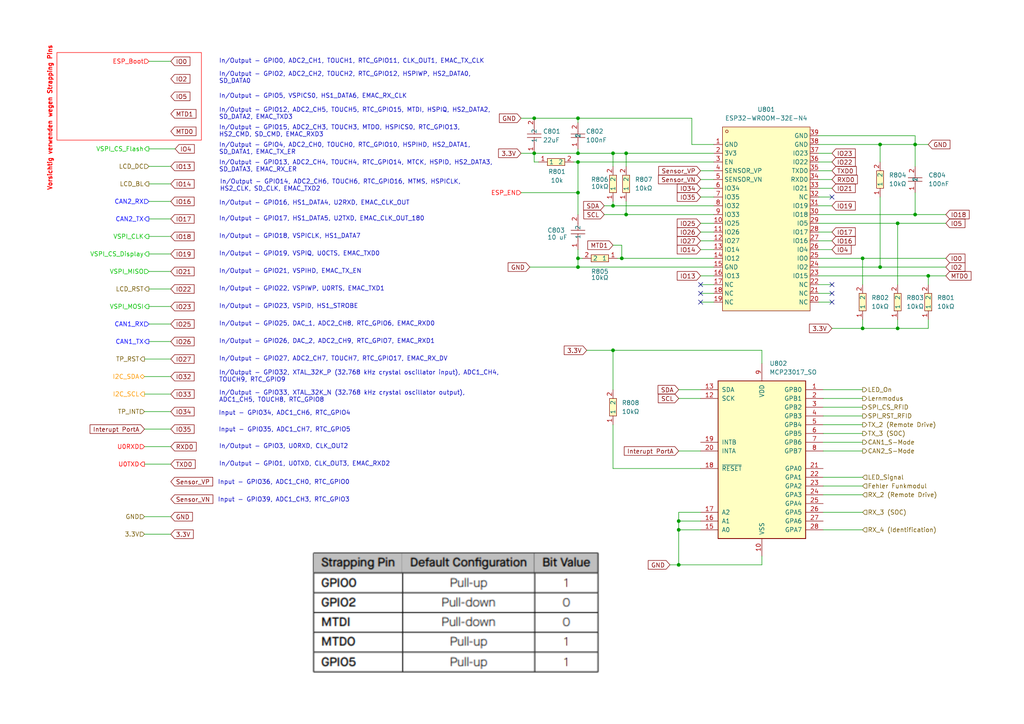
<source format=kicad_sch>
(kicad_sch (version 20250114) (generator "eeschema") (generator_version "9.0")
  (paper "A4")
  (title_block (title "E-Kart Option 1") (date "2025-04-01") (rev "1") (company "Leomax") (comment 1 "zentrale Steuer- und Kommunkationsplatine") (comment 2 "Bachelorarbiet") (comment 3 "Sebastian Hampl"))
  (lib_symbols
    (symbol "Interface_Expansion:MCP23017_SO" (pin_names (offset 1.016))
      (property "Reference" "U" (at -11.43 24.13 0))
      (property "Value" "MCP23017_SO" (at 0 0 0))
      (symbol "MCP23017_SO_0_1"
        (rectangle (start -12.7 22.86) (end 12.7 -22.86) (stroke (width 0.254)) (fill (type background)))
      )
      (symbol "MCP23017_SO_1_1"
        (pin bidirectional line (at -17.78 20.32 0) (length 5.08) (name "SDA") (number "13"))
        (pin input line (at -17.78 17.78 0) (length 5.08) (name "SCK") (number "12"))
        (pin tri_state line (at -17.78 5.08 0) (length 5.08) (name "INTB") (number "19"))
        (pin tri_state line (at -17.78 2.54 0) (length 5.08) (name "INTA") (number "20"))
        (pin input line (at -17.78 -2.54 0) (length 5.08) (name "~{RESET}") (number "18"))
        (pin input line (at -17.78 -15.24 0) (length 5.08) (name "A2") (number "17"))
        (pin input line (at -17.78 -17.78 0) (length 5.08) (name "A1") (number "16"))
        (pin input line (at -17.78 -20.32 0) (length 5.08) (name "A0") (number "15"))
        (pin no_connect line (at -12.7 15.24 0) (length 5.08) (hide yes) (name "NC") (number "11"))
        (pin no_connect line (at -12.7 12.7 0) (length 5.08) (hide yes) (name "NC") (number "14"))
        (pin power_in line (at 0 27.94 270) (length 5.08) (name "VDD") (number "9"))
        (pin power_in line (at 0 -27.94 90) (length 5.08) (name "VSS") (number "10"))
        (pin bidirectional line (at 17.78 20.32 180) (length 5.08) (name "GPB0") (number "1"))
        (pin bidirectional line (at 17.78 17.78 180) (length 5.08) (name "GPB1") (number "2"))
        (pin bidirectional line (at 17.78 15.24 180) (length 5.08) (name "GPB2") (number "3"))
        (pin bidirectional line (at 17.78 12.7 180) (length 5.08) (name "GPB3") (number "4"))
        (pin bidirectional line (at 17.78 10.16 180) (length 5.08) (name "GPB4") (number "5"))
        (pin bidirectional line (at 17.78 7.62 180) (length 5.08) (name "GPB5") (number "6"))
        (pin bidirectional line (at 17.78 5.08 180) (length 5.08) (name "GPB6") (number "7"))
        (pin bidirectional line (at 17.78 2.54 180) (length 5.08) (name "GPB7") (number "8"))
        (pin bidirectional line (at 17.78 -2.54 180) (length 5.08) (name "GPA0") (number "21"))
        (pin bidirectional line (at 17.78 -5.08 180) (length 5.08) (name "GPA1") (number "22"))
        (pin bidirectional line (at 17.78 -7.62 180) (length 5.08) (name "GPA2") (number "23"))
        (pin bidirectional line (at 17.78 -10.16 180) (length 5.08) (name "GPA3") (number "24"))
        (pin bidirectional line (at 17.78 -12.7 180) (length 5.08) (name "GPA4") (number "25"))
        (pin bidirectional line (at 17.78 -15.24 180) (length 5.08) (name "GPA5") (number "26"))
        (pin bidirectional line (at 17.78 -17.78 180) (length 5.08) (name "GPA6") (number "27"))
        (pin bidirectional line (at 17.78 -20.32 180) (length 5.08) (name "GPA7") (number "28"))
      )
    )
    (symbol "easyeda2kicad:0603WAF1002T5E"
      (property "Reference" "R" (at 0 5.08 0))
      (property "Value" "0603WAF1002T5E" (at 0 -5.08 0))
      (symbol "0603WAF1002T5E_0_1"
        (rectangle (start -2.54 1.02) (end 2.54 -1.02) (fill (type background)))
        (pin input line (at -5.08 0 0) (length 2.54) (name "1") (number "1"))
        (pin input line (at 5.08 0 180) (length 2.54) (name "2") (number "2"))
      )
    )
    (symbol "easyeda2kicad:CL10B104KA8NNNC"
      (property "Reference" "C" (at 0 5.08 0))
      (property "Value" "CL10B104KA8NNNC" (at 0 -5.08 0))
      (symbol "CL10B104KA8NNNC_0_1"
        (polyline (pts (xy -1.27 0) (xy -0.51 0)))
        (polyline (pts (xy -0.51 2.03) (xy -0.51 -2.03)))
        (polyline (pts (xy 0.51 2.03) (xy 0.51 -2.03)))
        (polyline (pts (xy 0.51 0) (xy 1.27 0)))
        (pin input line (at -3.81 0 0) (length 2.54) (name "1") (number "1"))
        (pin input line (at 3.81 0 180) (length 2.54) (name "2") (number "2"))
      )
    )
    (symbol "easyeda2kicad:CL21A106KAYNNNE"
      (property "Reference" "C" (at 0 5.08 0))
      (property "Value" "CL21A106KAYNNNE" (at 0 -5.08 0))
      (symbol "CL21A106KAYNNNE_0_1"
        (polyline (pts (xy -0.51 0) (xy -2.54 0)))
        (polyline (pts (xy -0.51 -2.03) (xy -0.51 2.03)))
        (polyline (pts (xy 0.51 2.03) (xy 0.51 -2.03)))
        (polyline (pts (xy 2.54 0) (xy 0.51 0)))
        (pin unspecified line (at -5.08 0 0) (length 2.54) (name "1") (number "1"))
        (pin unspecified line (at 5.08 0 180) (length 2.54) (name "2") (number "2"))
      )
    )
    (symbol "easyeda2kicad:CL21A226MAQNNNE"
      (property "Reference" "C" (at 0 5.08 0))
      (property "Value" "CL21A226MAQNNNE" (at 0 -5.08 0))
      (symbol "CL21A226MAQNNNE_0_1"
        (polyline (pts (xy -0.51 0) (xy -2.54 0)))
        (polyline (pts (xy -0.51 -2.03) (xy -0.51 2.03)))
        (polyline (pts (xy 0.51 2.03) (xy 0.51 -2.03)))
        (polyline (pts (xy 2.54 0) (xy 0.51 0)))
        (pin unspecified line (at -5.08 0 0) (length 2.54) (name "1") (number "1"))
        (pin unspecified line (at 5.08 0 180) (length 2.54) (name "2") (number "2"))
      )
    )
    (symbol "easyeda2kicad:ESP32-WROOM-32E-N4"
      (property "Reference" "U" (at 0 29.21 0))
      (property "Value" "ESP32-WROOM-32E-N4" (at 0 -29.21 0))
      (symbol "ESP32-WROOM-32E-N4_0_1"
        (rectangle (start -12.7 26.67) (end 12.7 -26.67) (fill (type background)))
        (circle (center -11.43 25.4) (radius 0.38))
        (pin unspecified line (at -15.24 21.59 0) (length 2.54) (name "GND") (number "1"))
        (pin unspecified line (at -15.24 19.05 0) (length 2.54) (name "3V3") (number "2"))
        (pin unspecified line (at -15.24 16.51 0) (length 2.54) (name "EN") (number "3"))
        (pin unspecified line (at -15.24 13.97 0) (length 2.54) (name "SENSOR_VP") (number "4"))
        (pin unspecified line (at -15.24 11.43 0) (length 2.54) (name "SENSOR_VN") (number "5"))
        (pin unspecified line (at -15.24 8.89 0) (length 2.54) (name "IO34") (number "6"))
        (pin unspecified line (at -15.24 6.35 0) (length 2.54) (name "IO35") (number "7"))
        (pin unspecified line (at -15.24 3.81 0) (length 2.54) (name "IO32") (number "8"))
        (pin unspecified line (at -15.24 1.27 0) (length 2.54) (name "IO33") (number "9"))
        (pin unspecified line (at -15.24 -1.27 0) (length 2.54) (name "IO25") (number "10"))
        (pin unspecified line (at -15.24 -3.81 0) (length 2.54) (name "IO26") (number "11"))
        (pin unspecified line (at -15.24 -6.35 0) (length 2.54) (name "IO27") (number "12"))
        (pin unspecified line (at -15.24 -8.89 0) (length 2.54) (name "IO14") (number "13"))
        (pin unspecified line (at -15.24 -11.43 0) (length 2.54) (name "IO12") (number "14"))
        (pin unspecified line (at -15.24 -13.97 0) (length 2.54) (name "GND") (number "15"))
        (pin unspecified line (at -15.24 -16.51 0) (length 2.54) (name "IO13") (number "16"))
        (pin unspecified line (at -15.24 -19.05 0) (length 2.54) (name "NC") (number "17"))
        (pin unspecified line (at -15.24 -21.59 0) (length 2.54) (name "NC") (number "18"))
        (pin unspecified line (at -15.24 -24.13 0) (length 2.54) (name "NC") (number "19"))
        (pin unspecified line (at 15.24 24.13 180) (length 2.54) (name "GND") (number "39"))
        (pin unspecified line (at 15.24 21.59 180) (length 2.54) (name "GND") (number "38"))
        (pin unspecified line (at 15.24 19.05 180) (length 2.54) (name "IO23") (number "37"))
        (pin unspecified line (at 15.24 16.51 180) (length 2.54) (name "IO22") (number "36"))
        (pin unspecified line (at 15.24 13.97 180) (length 2.54) (name "TXD0") (number "35"))
        (pin unspecified line (at 15.24 11.43 180) (length 2.54) (name "RXD0") (number "34"))
        (pin unspecified line (at 15.24 8.89 180) (length 2.54) (name "IO21") (number "33"))
        (pin unspecified line (at 15.24 6.35 180) (length 2.54) (name "NC") (number "32"))
        (pin unspecified line (at 15.24 3.81 180) (length 2.54) (name "IO19") (number "31"))
        (pin unspecified line (at 15.24 1.27 180) (length 2.54) (name "IO18") (number "30"))
        (pin unspecified line (at 15.24 -1.27 180) (length 2.54) (name "IO5") (number "29"))
        (pin unspecified line (at 15.24 -3.81 180) (length 2.54) (name "IO17") (number "28"))
        (pin unspecified line (at 15.24 -6.35 180) (length 2.54) (name "IO16") (number "27"))
        (pin unspecified line (at 15.24 -8.89 180) (length 2.54) (name "IO4") (number "26"))
        (pin unspecified line (at 15.24 -11.43 180) (length 2.54) (name "IO0") (number "25"))
        (pin unspecified line (at 15.24 -13.97 180) (length 2.54) (name "IO2") (number "24"))
        (pin unspecified line (at 15.24 -16.51 180) (length 2.54) (name "IO15") (number "23"))
        (pin unspecified line (at 15.24 -19.05 180) (length 2.54) (name "NC") (number "22"))
        (pin unspecified line (at 15.24 -21.59 180) (length 2.54) (name "NC") (number "21"))
        (pin unspecified line (at 15.24 -24.13 180) (length 2.54) (name "NC") (number "20"))
      )
    )
  )
  (rectangle (start 16.51 15.24) (end 58.42 40.64) (stroke (width 0) (color 255 0 0 1)))
  (text "In/Output - GPIO33, XTAL_32K_N (32.768 kHz crystal oscillator output),\nADC1_CH5, TOUCH8, RTC_GPIO8" (at 63.5 115.062 0) (effects (font (size 1.27 1.27)) (justify left)))
  (text "In/Output - GPIO13, ADC2_CH4, TOUCH4, RTC_GPIO14, MTCK, HSPID, HS2_DATA3,\nSD_DATA3, EMAC_RX_ER\n" (at 63.5 48.26 0) (effects (font (size 1.27 1.27)) (justify left)))
  (text "Vorsichtig verwenden wegen Strapping Pins" (at 14.478 34.29 90) (effects (font (size 1.27 1.27) (thickness 0.254) (bold yes))))
  (text "In/Output - GPIO2, ADC2_CH2, TOUCH2, RTC_GPIO12, HSPIWP, HS2_DATA0,\nSD_DATA0" (at 63.5 22.606 0) (effects (font (size 1.27 1.27)) (justify left)))
  (text "Input - GPIO35, ADC1_CH7, RTC_GPIO5\n" (at 82.55 124.714 0) (effects (font (size 1.27 1.27))))
  (text "In/Output - GPIO1, U0TXD, CLK_OUT3, EMAC_RXD2" (at 63.5 134.62 0) (effects (font (size 1.27 1.27)) (justify left)))
  (text "In/Output - GPIO3, U0RXD, CLK_OUT2" (at 63.5 129.54 0) (effects (font (size 1.27 1.27)) (justify left)))
  (text "In/Output - GPIO0, ADC2_CH1, TOUCH1, RTC_GPIO11, CLK_OUT1, EMAC_TX_CLK\n" (at 63.5 17.78 0) (effects (font (size 1.27 1.27)) (justify left)))
  (text "In/Output - GPIO23, VSPID, HS1_STROBE" (at 63.5 88.9 0) (effects (font (size 1.27 1.27)) (justify left)))
  (text "In/Output - GPIO22, VSPIWP, U0RTS, EMAC_TXD1" (at 63.5 83.82 0) (effects (font (size 1.27 1.27)) (justify left)))
  (text "In/Output - GPIO12, ADC2_CH5, TOUCH5, RTC_GPIO15, MTDI, HSPIQ, HS2_DATA2,\nSD_DATA2, EMAC_TXD3" (at 63.5 33.02 0) (effects (font (size 1.27 1.27)) (justify left)))
  (text "Input - GPIO34, ADC1_CH6, RTC_GPIO4" (at 82.55 119.888 0) (effects (font (size 1.27 1.27))))
  (text "In/Output - GPIO4, ADC2_CH0, TOUCH0, RTC_GPIO10, HSPIHD, HS2_DATA1,\nSD_DATA1, EMAC_TX_ER\n" (at 63.5 43.18 0) (effects (font (size 1.27 1.27)) (justify left)))
  (text "In/Output - GPIO16, HS1_DATA4, U2RXD, EMAC_CLK_OUT" (at 63.5 58.928 0) (effects (font (size 1.27 1.27)) (justify left)))
  (text "In/Output - GPIO32, XTAL_32K_P (32.768 kHz crystal oscillator input), ADC1_CH4,\nTOUCH9, RTC_GPIO9\n" (at 63.5 109.22 0) (effects (font (size 1.27 1.27)) (justify left)))
  (text "Input - GPIO36, ADC1_CH0, RTC_GPIO0" (at 82.296 139.954 0) (effects (font (size 1.27 1.27))))
  (text "Input - GPIO39, ADC1_CH3, RTC_GPIO3\n" (at 82.296 145.034 0) (effects (font (size 1.27 1.27))))
  (text "In/Output - GPIO5, VSPICS0, HS1_DATA6, EMAC_RX_CLK" (at 63.5 27.94 0) (effects (font (size 1.27 1.27)) (justify left)))
  (text "In/Output - GPIO26, DAC_2, ADC2_CH9, RTC_GPIO7, EMAC_RXD1\n" (at 63.5 99.06 0) (effects (font (size 1.27 1.27)) (justify left)))
  (text "In/Output - GPIO15, ADC2_CH3, TOUCH3, MTDO, HSPICS0, RTC_GPIO13,\nHS2_CMD, SD_CMD, EMAC_RXD3" (at 63.5 38.1 0) (effects (font (size 1.27 1.27)) (justify left)))
  (text "In/Output - GPIO19, VSPIQ, U0CTS, EMAC_TXD0" (at 63.5 73.66 0) (effects (font (size 1.27 1.27)) (justify left)))
  (text "In/Output - GPIO14, ADC2_CH6, TOUCH6, RTC_GPIO16, MTMS, HSPICLK,\nHS2_CLK, SD_CLK, EMAC_TXD2\n" (at 63.754 53.848 0) (effects (font (size 1.27 1.27)) (justify left)))
  (text "In/Output - GPIO18, VSPICLK, HS1_DATA7" (at 63.5 68.58 0) (effects (font (size 1.27 1.27)) (justify left)))
  (text "In/Output - GPIO27, ADC2_CH7, TOUCH7, RTC_GPIO17, EMAC_RX_DV" (at 63.5 104.14 0) (effects (font (size 1.27 1.27)) (justify left)))
  (text "In/Output - GPIO25, DAC_1, ADC2_CH8, RTC_GPIO6, EMAC_RXD0" (at 63.5 93.98 0) (effects (font (size 1.27 1.27)) (justify left)))
  (text "In/Output - GPIO17, HS1_DATA5, U2TXD, EMAC_CLK_OUT_180" (at 63.5 63.5 0) (effects (font (size 1.27 1.27)) (justify left)))
  (text "In/Output - GPIO21, VSPIHD, EMAC_TX_EN" (at 63.5 78.74 0) (effects (font (size 1.27 1.27)) (justify left)))
  (junction (at 260.35 95.25))
  (junction (at 167.64 46.99))
  (junction (at 177.8 59.69))
  (junction (at 196.85 153.67))
  (junction (at 167.64 74.93))
  (junction (at 167.64 77.47))
  (junction (at 180.34 74.93))
  (junction (at 250.19 95.25))
  (junction (at 260.35 64.77))
  (junction (at 181.61 62.23))
  (junction (at 265.43 41.91))
  (junction (at 196.85 163.83))
  (junction (at 177.8 101.6))
  (junction (at 255.27 77.47))
  (junction (at 196.85 151.13))
  (junction (at 177.8 44.45))
  (junction (at 265.43 62.23))
  (junction (at 255.27 41.91))
  (junction (at 269.24 80.01))
  (junction (at 250.19 74.93))
  (junction (at 154.94 34.29))
  (junction (at 167.64 55.88))
  (junction (at 154.94 44.45))
  (junction (at 181.61 44.45))
  (junction (at 167.64 34.29))
  (junction (at 167.64 44.45))
  (no_connect (at 241.3 57.15))
  (no_connect (at 241.3 85.09))
  (no_connect (at 203.2 85.09))
  (no_connect (at 241.3 87.63))
  (no_connect (at 203.2 87.63))
  (no_connect (at 241.3 82.55))
  (no_connect (at 203.2 82.55))
  (wire (pts (xy 203.2 87.63) (xy 207.01 87.63)))
  (wire (pts (xy 167.64 77.47) (xy 207.01 77.47)))
  (wire (pts (xy 166.37 46.99) (xy 167.64 46.99)))
  (wire (pts (xy 260.35 92.71) (xy 260.35 95.25)))
  (wire (pts (xy 238.76 138.43) (xy 250.19 138.43)))
  (wire (pts (xy 43.18 93.98) (xy 49.53 93.98)))
  (wire (pts (xy 167.64 43.18) (xy 167.64 44.45)))
  (wire (pts (xy 43.18 63.5) (xy 49.53 63.5)))
  (wire (pts (xy 203.2 67.31) (xy 207.01 67.31)))
  (wire (pts (xy 196.85 151.13) (xy 196.85 153.67)))
  (wire (pts (xy 177.8 135.89) (xy 203.2 135.89)))
  (wire (pts (xy 181.61 62.23) (xy 207.01 62.23)))
  (wire (pts (xy 43.18 99.06) (xy 49.53 99.06)))
  (wire (pts (xy 238.76 130.81) (xy 250.19 130.81)))
  (wire (pts (xy 241.3 95.25) (xy 250.19 95.25)))
  (wire (pts (xy 237.49 80.01) (xy 269.24 80.01)))
  (wire (pts (xy 238.76 120.65) (xy 250.19 120.65)))
  (wire (pts (xy 203.2 82.55) (xy 207.01 82.55)))
  (wire (pts (xy 237.49 82.55) (xy 241.3 82.55)))
  (wire (pts (xy 220.98 101.6) (xy 220.98 105.41)))
  (wire (pts (xy 203.2 57.15) (xy 207.01 57.15)))
  (wire (pts (xy 41.91 124.46) (xy 49.53 124.46)))
  (wire (pts (xy 265.43 39.37) (xy 265.43 41.91)))
  (wire (pts (xy 41.91 119.38) (xy 49.53 119.38)))
  (wire (pts (xy 237.49 59.69) (xy 241.3 59.69)))
  (wire (pts (xy 237.49 69.85) (xy 241.3 69.85)))
  (wire (pts (xy 196.85 115.57) (xy 203.2 115.57)))
  (wire (pts (xy 196.85 151.13) (xy 203.2 151.13)))
  (wire (pts (xy 194.31 163.83) (xy 196.85 163.83)))
  (wire (pts (xy 43.18 78.74) (xy 49.53 78.74)))
  (wire (pts (xy 175.26 59.69) (xy 177.8 59.69)))
  (wire (pts (xy 238.76 143.51) (xy 250.19 143.51)))
  (wire (pts (xy 237.49 57.15) (xy 241.3 57.15)))
  (wire (pts (xy 238.76 115.57) (xy 250.19 115.57)))
  (wire (pts (xy 196.85 130.81) (xy 203.2 130.81)))
  (wire (pts (xy 203.2 69.85) (xy 207.01 69.85)))
  (wire (pts (xy 181.61 44.45) (xy 181.61 48.26)))
  (wire (pts (xy 43.18 43.18) (xy 50.8 43.18)))
  (wire (pts (xy 250.19 74.93) (xy 250.19 82.55)))
  (wire (pts (xy 238.76 118.11) (xy 250.19 118.11)))
  (wire (pts (xy 177.8 71.12) (xy 180.34 71.12)))
  (wire (pts (xy 237.49 41.91) (xy 255.27 41.91)))
  (wire (pts (xy 41.91 154.94) (xy 49.53 154.94)))
  (wire (pts (xy 41.91 149.86) (xy 49.53 149.86)))
  (wire (pts (xy 265.43 55.88) (xy 265.43 62.23)))
  (wire (pts (xy 196.85 148.59) (xy 196.85 151.13)))
  (wire (pts (xy 154.94 44.45) (xy 154.94 46.99)))
  (wire (pts (xy 265.43 41.91) (xy 269.24 41.91)))
  (wire (pts (xy 237.49 85.09) (xy 241.3 85.09)))
  (wire (pts (xy 177.8 59.69) (xy 207.01 59.69)))
  (wire (pts (xy 179.07 74.93) (xy 180.34 74.93)))
  (wire (pts (xy 196.85 148.59) (xy 203.2 148.59)))
  (wire (pts (xy 237.49 49.53) (xy 241.3 49.53)))
  (wire (pts (xy 203.2 49.53) (xy 207.01 49.53)))
  (wire (pts (xy 237.49 67.31) (xy 241.3 67.31)))
  (wire (pts (xy 255.27 41.91) (xy 255.27 46.99)))
  (wire (pts (xy 237.49 44.45) (xy 241.3 44.45)))
  (wire (pts (xy 250.19 95.25) (xy 260.35 95.25)))
  (wire (pts (xy 238.76 140.97) (xy 250.19 140.97)))
  (wire (pts (xy 180.34 71.12) (xy 180.34 74.93)))
  (wire (pts (xy 43.18 53.34) (xy 49.53 53.34)))
  (wire (pts (xy 255.27 57.15) (xy 255.27 77.47)))
  (wire (pts (xy 238.76 123.19) (xy 250.19 123.19)))
  (wire (pts (xy 154.94 44.45) (xy 167.64 44.45)))
  (wire (pts (xy 167.64 44.45) (xy 177.8 44.45)))
  (wire (pts (xy 237.49 64.77) (xy 260.35 64.77)))
  (wire (pts (xy 237.49 77.47) (xy 255.27 77.47)))
  (wire (pts (xy 177.8 48.26) (xy 177.8 44.45)))
  (wire (pts (xy 238.76 113.03) (xy 250.19 113.03)))
  (wire (pts (xy 200.66 41.91) (xy 207.01 41.91)))
  (wire (pts (xy 177.8 101.6) (xy 177.8 113.03)))
  (wire (pts (xy 43.18 17.78) (xy 49.53 17.78)))
  (wire (pts (xy 43.18 83.82) (xy 49.53 83.82)))
  (wire (pts (xy 167.64 34.29) (xy 167.64 35.56)))
  (wire (pts (xy 260.35 64.77) (xy 260.35 82.55)))
  (wire (pts (xy 153.67 77.47) (xy 167.64 77.47)))
  (wire (pts (xy 250.19 74.93) (xy 274.32 74.93)))
  (wire (pts (xy 255.27 41.91) (xy 265.43 41.91)))
  (wire (pts (xy 237.49 72.39) (xy 241.3 72.39)))
  (wire (pts (xy 151.13 44.45) (xy 154.94 44.45)))
  (wire (pts (xy 181.61 44.45) (xy 207.01 44.45)))
  (wire (pts (xy 41.91 114.3) (xy 49.53 114.3)))
  (wire (pts (xy 43.18 73.66) (xy 49.53 73.66)))
  (wire (pts (xy 260.35 95.25) (xy 269.24 95.25)))
  (wire (pts (xy 167.64 46.99) (xy 167.64 55.88)))
  (wire (pts (xy 151.13 55.88) (xy 167.64 55.88)))
  (wire (pts (xy 43.18 58.42) (xy 49.53 58.42)))
  (wire (pts (xy 151.13 34.29) (xy 154.94 34.29)))
  (wire (pts (xy 167.64 55.88) (xy 167.64 62.23)))
  (wire (pts (xy 265.43 41.91) (xy 265.43 48.26)))
  (wire (pts (xy 177.8 123.19) (xy 177.8 135.89)))
  (wire (pts (xy 255.27 77.47) (xy 274.32 77.47)))
  (wire (pts (xy 177.8 101.6) (xy 220.98 101.6)))
  (wire (pts (xy 237.49 87.63) (xy 241.3 87.63)))
  (wire (pts (xy 260.35 64.77) (xy 274.32 64.77)))
  (wire (pts (xy 203.2 64.77) (xy 207.01 64.77)))
  (wire (pts (xy 269.24 80.01) (xy 274.32 80.01)))
  (wire (pts (xy 41.91 104.14) (xy 49.53 104.14)))
  (wire (pts (xy 156.21 46.99) (xy 154.94 46.99)))
  (wire (pts (xy 238.76 153.67) (xy 250.19 153.67)))
  (wire (pts (xy 41.91 109.22) (xy 49.53 109.22)))
  (wire (pts (xy 238.76 128.27) (xy 250.19 128.27)))
  (wire (pts (xy 196.85 153.67) (xy 203.2 153.67)))
  (wire (pts (xy 167.64 46.99) (xy 207.01 46.99)))
  (wire (pts (xy 196.85 153.67) (xy 196.85 163.83)))
  (wire (pts (xy 203.2 80.01) (xy 207.01 80.01)))
  (wire (pts (xy 41.91 134.62) (xy 49.53 134.62)))
  (wire (pts (xy 180.34 74.93) (xy 207.01 74.93)))
  (wire (pts (xy 181.61 58.42) (xy 181.61 62.23)))
  (wire (pts (xy 43.18 68.58) (xy 49.53 68.58)))
  (wire (pts (xy 167.64 34.29) (xy 200.66 34.29)))
  (wire (pts (xy 265.43 62.23) (xy 274.32 62.23)))
  (wire (pts (xy 154.94 34.29) (xy 167.64 34.29)))
  (wire (pts (xy 177.8 58.42) (xy 177.8 59.69)))
  (wire (pts (xy 196.85 163.83) (xy 220.98 163.83)))
  (wire (pts (xy 203.2 52.07) (xy 207.01 52.07)))
  (wire (pts (xy 168.91 74.93) (xy 167.64 74.93)))
  (wire (pts (xy 43.18 48.26) (xy 49.53 48.26)))
  (wire (pts (xy 196.85 113.03) (xy 203.2 113.03)))
  (wire (pts (xy 238.76 125.73) (xy 250.19 125.73)))
  (wire (pts (xy 237.49 46.99) (xy 241.3 46.99)))
  (wire (pts (xy 250.19 92.71) (xy 250.19 95.25)))
  (wire (pts (xy 177.8 44.45) (xy 181.61 44.45)))
  (wire (pts (xy 269.24 82.55) (xy 269.24 80.01)))
  (wire (pts (xy 203.2 85.09) (xy 207.01 85.09)))
  (wire (pts (xy 203.2 54.61) (xy 207.01 54.61)))
  (wire (pts (xy 238.76 148.59) (xy 250.19 148.59)))
  (wire (pts (xy 175.26 62.23) (xy 181.61 62.23)))
  (wire (pts (xy 43.18 88.9) (xy 49.53 88.9)))
  (wire (pts (xy 167.64 72.39) (xy 167.64 74.93)))
  (wire (pts (xy 220.98 163.83) (xy 220.98 161.29)))
  (wire (pts (xy 170.18 101.6) (xy 177.8 101.6)))
  (wire (pts (xy 269.24 95.25) (xy 269.24 92.71)))
  (wire (pts (xy 200.66 34.29) (xy 200.66 41.91)))
  (wire (pts (xy 203.2 72.39) (xy 207.01 72.39)))
  (wire (pts (xy 237.49 74.93) (xy 250.19 74.93)))
  (wire (pts (xy 237.49 54.61) (xy 241.3 54.61)))
  (wire (pts (xy 237.49 39.37) (xy 265.43 39.37)))
  (wire (pts (xy 167.64 74.93) (xy 167.64 77.47)))
  (wire (pts (xy 41.91 129.54) (xy 49.53 129.54)))
  (wire (pts (xy 237.49 52.07) (xy 241.3 52.07)))
  (wire (pts (xy 237.49 62.23) (xy 265.43 62.23)))
  (image (at 132.08 177.8))
  (global_label "IO21" (shape input) (at 49.53 78.74 0) (property "Intersheetrefs" "${INTERSHEET_REFS}" (effects (hide yes))))
  (global_label "IO26" (shape input) (at 203.2 67.31 180) (property "Intersheetrefs" "${INTERSHEET_REFS}" (effects (hide yes))))
  (global_label "IO23" (shape input) (at 241.3 44.45 0) (property "Intersheetrefs" "${INTERSHEET_REFS}" (effects (hide yes))))
  (global_label "SDA" (shape input) (at 175.26 59.69 180) (property "Intersheetrefs" "${INTERSHEET_REFS}" (effects (hide yes))))
  (global_label "IO18" (shape input) (at 49.53 68.58 0) (property "Intersheetrefs" "${INTERSHEET_REFS}" (effects (hide yes))))
  (global_label "IO17" (shape input) (at 49.53 63.5 0) (property "Intersheetrefs" "${INTERSHEET_REFS}" (effects (hide yes))))
  (global_label "SDA" (shape input) (at 196.85 113.03 180) (property "Intersheetrefs" "${INTERSHEET_REFS}" (effects (hide yes))))
  (global_label "IO16" (shape input) (at 49.53 58.42 0) (property "Intersheetrefs" "${INTERSHEET_REFS}" (effects (hide yes))))
  (global_label "Sensor_VN" (shape input) (at 203.2 52.07 180) (property "Intersheetrefs" "${INTERSHEET_REFS}" (effects (hide yes))))
  (global_label "IO13" (shape input) (at 49.53 48.26 0) (property "Intersheetrefs" "${INTERSHEET_REFS}" (effects (hide yes))))
  (global_label "IO33" (shape input) (at 49.53 114.3 0) (property "Intersheetrefs" "${INTERSHEET_REFS}" (effects (hide yes))))
  (global_label "IO5" (shape input) (at 49.53 27.94 0) (property "Intersheetrefs" "${INTERSHEET_REFS}" (effects (hide yes))))
  (global_label "IO19" (shape input) (at 241.3 59.69 0) (property "Intersheetrefs" "${INTERSHEET_REFS}" (effects (hide yes))))
  (global_label "IO2" (shape input) (at 49.53 22.86 0) (property "Intersheetrefs" "${INTERSHEET_REFS}" (effects (hide yes))))
  (global_label "MTD0" (shape input) (at 49.53 38.1 0) (property "Intersheetrefs" "${INTERSHEET_REFS}" (effects (hide yes))))
  (global_label "IO34" (shape input) (at 49.53 119.38 0) (property "Intersheetrefs" "${INTERSHEET_REFS}" (effects (hide yes))))
  (global_label "IO23" (shape input) (at 49.53 88.9 0) (property "Intersheetrefs" "${INTERSHEET_REFS}" (effects (hide yes))))
  (global_label "Interupt PortA" (shape input) (at 196.85 130.81 180) (property "Intersheetrefs" "${INTERSHEET_REFS}" (effects (hide yes))))
  (global_label "IO25" (shape input) (at 203.2 64.77 180) (property "Intersheetrefs" "${INTERSHEET_REFS}" (effects (hide yes))))
  (global_label "3.3V" (shape input) (at 170.18 101.6 180) (property "Intersheetrefs" "${INTERSHEET_REFS}" (effects (hide yes))))
  (global_label "RXD0" (shape input) (at 49.53 129.54 0) (property "Intersheetrefs" "${INTERSHEET_REFS}" (effects (hide yes))))
  (global_label "GND" (shape input) (at 49.53 149.86 0) (property "Intersheetrefs" "${INTERSHEET_REFS}" (effects (hide yes))))
  (global_label "Sensor_VN" (shape input) (at 49.53 144.78 0) (property "Intersheetrefs" "${INTERSHEET_REFS}" (effects (hide yes))))
  (global_label "IO35" (shape input) (at 203.2 57.15 180) (property "Intersheetrefs" "${INTERSHEET_REFS}" (effects (hide yes))))
  (global_label "IO27" (shape input) (at 49.53 104.14 0) (property "Intersheetrefs" "${INTERSHEET_REFS}" (effects (hide yes))))
  (global_label "IO22" (shape input) (at 49.53 83.82 0) (property "Intersheetrefs" "${INTERSHEET_REFS}" (effects (hide yes))))
  (global_label "IO4" (shape input) (at 50.8 43.18 0) (property "Intersheetrefs" "${INTERSHEET_REFS}" (effects (hide yes))))
  (global_label "IO21" (shape input) (at 241.3 54.61 0) (property "Intersheetrefs" "${INTERSHEET_REFS}" (effects (hide yes))))
  (global_label "IO14" (shape input) (at 203.2 72.39 180) (property "Intersheetrefs" "${INTERSHEET_REFS}" (effects (hide yes))))
  (global_label "TXD0" (shape input) (at 49.53 134.62 0) (property "Intersheetrefs" "${INTERSHEET_REFS}" (effects (hide yes))))
  (global_label "TXD0" (shape input) (at 241.3 49.53 0) (property "Intersheetrefs" "${INTERSHEET_REFS}" (effects (hide yes))))
  (global_label "GND" (shape input) (at 269.24 41.91 0) (property "Intersheetrefs" "${INTERSHEET_REFS}" (effects (hide yes))))
  (global_label "IO32" (shape input) (at 49.53 109.22 0) (property "Intersheetrefs" "${INTERSHEET_REFS}" (effects (hide yes))))
  (global_label "MTD1" (shape input) (at 49.53 33.02 0) (property "Intersheetrefs" "${INTERSHEET_REFS}" (effects (hide yes))))
  (global_label "GND" (shape input) (at 151.13 34.29 180) (property "Intersheetrefs" "${INTERSHEET_REFS}" (effects (hide yes))))
  (global_label "IO13" (shape input) (at 203.2 80.01 180) (property "Intersheetrefs" "${INTERSHEET_REFS}" (effects (hide yes))))
  (global_label "IO34" (shape input) (at 203.2 54.61 180) (property "Intersheetrefs" "${INTERSHEET_REFS}" (effects (hide yes))))
  (global_label "GND" (shape input) (at 153.67 77.47 180) (property "Intersheetrefs" "${INTERSHEET_REFS}" (effects (hide yes))))
  (global_label "MTD0" (shape input) (at 274.32 80.01 0) (property "Intersheetrefs" "${INTERSHEET_REFS}" (effects (hide yes))))
  (global_label "MTD1" (shape input) (at 177.8 71.12 180) (property "Intersheetrefs" "${INTERSHEET_REFS}" (effects (hide yes))))
  (global_label "IO22" (shape input) (at 241.3 46.99 0) (property "Intersheetrefs" "${INTERSHEET_REFS}" (effects (hide yes))))
  (global_label "IO25" (shape input) (at 49.53 93.98 0) (property "Intersheetrefs" "${INTERSHEET_REFS}" (effects (hide yes))))
  (global_label "3.3V" (shape input) (at 151.13 44.45 180) (property "Intersheetrefs" "${INTERSHEET_REFS}" (effects (hide yes))))
  (global_label "Interupt PortA" (shape input) (at 41.91 124.46 180) (property "Intersheetrefs" "${INTERSHEET_REFS}" (effects (hide yes))))
  (global_label "IO5" (shape input) (at 274.32 64.77 0) (property "Intersheetrefs" "${INTERSHEET_REFS}" (effects (hide yes))))
  (global_label "IO17" (shape input) (at 241.3 67.31 0) (property "Intersheetrefs" "${INTERSHEET_REFS}" (effects (hide yes))))
  (global_label "IO4" (shape input) (at 241.3 72.39 0) (property "Intersheetrefs" "${INTERSHEET_REFS}" (effects (hide yes))))
  (global_label "IO0" (shape input) (at 49.53 17.78 0) (property "Intersheetrefs" "${INTERSHEET_REFS}" (effects (hide yes))))
  (global_label "RXD0" (shape input) (at 241.3 52.07 0) (property "Intersheetrefs" "${INTERSHEET_REFS}" (effects (hide yes))))
  (global_label "IO16" (shape input) (at 241.3 69.85 0) (property "Intersheetrefs" "${INTERSHEET_REFS}" (effects (hide yes))))
  (global_label "GND" (shape input) (at 194.31 163.83 180) (property "Intersheetrefs" "${INTERSHEET_REFS}" (effects (hide yes))))
  (global_label "IO18" (shape input) (at 274.32 62.23 0) (property "Intersheetrefs" "${INTERSHEET_REFS}" (effects (hide yes))))
  (global_label "SCL" (shape input) (at 196.85 115.57 180) (property "Intersheetrefs" "${INTERSHEET_REFS}" (effects (hide yes))))
  (global_label "IO2" (shape input) (at 274.32 77.47 0) (property "Intersheetrefs" "${INTERSHEET_REFS}" (effects (hide yes))))
  (global_label "IO35" (shape input) (at 49.53 124.46 0) (property "Intersheetrefs" "${INTERSHEET_REFS}" (effects (hide yes))))
  (global_label "Sensor_VP" (shape input) (at 49.53 139.7 0) (property "Intersheetrefs" "${INTERSHEET_REFS}" (effects (hide yes))))
  (global_label "IO14" (shape input) (at 49.53 53.34 0) (property "Intersheetrefs" "${INTERSHEET_REFS}" (effects (hide yes))))
  (global_label "3.3V" (shape input) (at 241.3 95.25 180) (property "Intersheetrefs" "${INTERSHEET_REFS}" (effects (hide yes))))
  (global_label "SCL" (shape input) (at 175.26 62.23 180) (property "Intersheetrefs" "${INTERSHEET_REFS}" (effects (hide yes))))
  (global_label "3.3V" (shape input) (at 49.53 154.94 0) (property "Intersheetrefs" "${INTERSHEET_REFS}" (effects (hide yes))))
  (global_label "Sensor_VP" (shape input) (at 203.2 49.53 180) (property "Intersheetrefs" "${INTERSHEET_REFS}" (effects (hide yes))))
  (global_label "IO26" (shape input) (at 49.53 99.06 0) (property "Intersheetrefs" "${INTERSHEET_REFS}" (effects (hide yes))))
  (global_label "IO0" (shape input) (at 274.32 74.93 0) (property "Intersheetrefs" "${INTERSHEET_REFS}" (effects (hide yes))))
  (global_label "IO27" (shape input) (at 203.2 69.85 180) (property "Intersheetrefs" "${INTERSHEET_REFS}" (effects (hide yes))))
  (global_label "IO19" (shape input) (at 49.53 73.66 0) (property "Intersheetrefs" "${INTERSHEET_REFS}" (effects (hide yes))))
  (hierarchical_label "CAN1_RX" (shape input) (at 43.18 93.98 180))
  (hierarchical_label "VSPI_CS_Flash" (shape output) (at 43.18 43.18 180))
  (hierarchical_label "Fehler Funkmodul" (shape input) (at 250.19 140.97 0))
  (hierarchical_label "RX_2 (Remote Drive)" (shape input) (at 250.19 143.51 0))
  (hierarchical_label "SPI_RST_RFID" (shape output) (at 250.19 120.65 0))
  (hierarchical_label "I2C_SDA" (shape bidirectional) (at 41.91 109.22 180))
  (hierarchical_label "VSPI_CS_Display" (shape output) (at 43.18 73.66 180))
  (hierarchical_label "LCD_RST" (shape output) (at 43.18 83.82 180))
  (hierarchical_label "U0RXD" (shape input) (at 41.91 129.54 180))
  (hierarchical_label "ESP_Boot" (shape input) (at 43.18 17.78 180))
  (hierarchical_label "GND" (shape input) (at 41.91 149.86 180))
  (hierarchical_label "Lernmodus" (shape output) (at 250.19 115.57 0))
  (hierarchical_label "LCD_BL" (shape output) (at 43.18 53.34 180))
  (hierarchical_label "U0TXD" (shape output) (at 41.91 134.62 180) (effects (font (thickness 0.1588))))
  (hierarchical_label "TP_RST" (shape output) (at 41.91 104.14 180))
  (hierarchical_label "LED_Signal" (shape input) (at 250.19 138.43 0))
  (hierarchical_label "SPI_CS_RFID" (shape output) (at 250.19 118.11 0))
  (hierarchical_label "CAN1_S-Mode" (shape output) (at 250.19 128.27 0))
  (hierarchical_label "CAN2_TX" (shape output) (at 43.18 63.5 180))
  (hierarchical_label "VSPI_MOSI" (shape output) (at 43.18 88.9 180))
  (hierarchical_label "CAN2_RX" (shape input) (at 43.18 58.42 180))
  (hierarchical_label "CAN1_TX" (shape output) (at 43.18 99.06 180))
  (hierarchical_label "VSPI_CLK" (shape output) (at 43.18 68.58 180))
  (hierarchical_label "ESP_EN" (shape input) (at 151.13 55.88 180))
  (hierarchical_label "VSPI_MISO" (shape input) (at 43.18 78.74 180))
  (hierarchical_label "LED_On" (shape output) (at 250.19 113.03 0))
  (hierarchical_label "TX_2 (Remote Drive)" (shape output) (at 250.19 123.19 0))
  (hierarchical_label "I2C_SCL" (shape output) (at 41.91 114.3 180))
  (hierarchical_label "RX_3 (SOC)" (shape input) (at 250.19 148.59 0))
  (hierarchical_label "LCD_DC" (shape input) (at 43.18 48.26 180))
  (hierarchical_label "TX_3 (SOC)" (shape output) (at 250.19 125.73 0))
  (hierarchical_label "TP_INT" (shape input) (at 41.91 119.38 180))
  (hierarchical_label "3.3V" (shape input) (at 41.91 154.94 180))
  (hierarchical_label "CAN2_S-Mode" (shape output) (at 250.19 130.81 0))
  (hierarchical_label "RX_4 (Identification)" (shape input) (at 250.19 153.67 0))
  (symbol (lib_id "easyeda2kicad:CL21A226MAQNNNE") (at 154.94 39.37 90) (unit 1)
    (property "Reference" "C801" (at 157.48 38.1 90) (effects (justify right)))
    (property "Value" "22uF" (at 157.48 40.64 90) (effects (justify right)))
    (property "Footprint" "easyeda2kicad:C0805" (effects (hide yes)))
    (property "Datasheet" "https://lcsc.com/product-detail/Multilayer-Ceramic-Capacitors-MLCC-SMD-SMT_SAMSUNG_CL21A226MAQNNNE_22uF-226-20-25V_C45783.html" (effects (hide yes)))
    (property "LCSC Part" "C45783" (effects (hide yes)))
  )
  (symbol (lib_id "easyeda2kicad:CL10B104KA8NNNC") (at 167.64 39.37 90) (unit 1)
    (property "Reference" "C802" (at 169.926 38.1 90) (effects (justify right)))
    (property "Value" "100nF" (at 169.926 40.64 90) (effects (justify right)))
    (property "Footprint" "easyeda2kicad:C0603" (effects (hide yes)))
    (property "Datasheet" "https://lcsc.com/product-detail/Multilayer-Ceramic-Capacitors-MLCC-SMD-SMT_SAMSUNG_CL10B104KA8NNNC_100nF-104-10-25V_C1590.html" (effects (hide yes)))
    (property "LCSC Part" "C1590" (effects (hide yes)))
  )
  (symbol (lib_id "easyeda2kicad:CL21A106KAYNNNE") (at 167.64 67.31 90) (unit 1)
    (property "Reference" "C803" (at 158.75 66.802 90) (effects (justify right)))
    (property "Value" "10 uF" (at 158.75 68.834 90) (effects (justify right)))
    (property "Footprint" "easyeda2kicad:C0805" (effects (hide yes)))
    (property "Datasheet" "https://lcsc.com/product-detail/Multilayer-Ceramic-Capacitors-MLCC-SMD-SMT_SAMSUNG_CL21A106KAYNNNE_10uF-106-10-25V_C15850.html" (effects (hide yes)))
    (property "LCSC Part" "C15850" (effects (hide yes)))
  )
  (symbol (lib_id "easyeda2kicad:0603WAF1002T5E") (at 173.99 74.93 180) (unit 1)
    (property "Reference" "R805" (at 173.99 78.74 0))
    (property "Value" "10kΩ" (at 173.99 80.518 0))
    (property "Footprint" "easyeda2kicad:R0603" (effects (hide yes)))
    (property "Datasheet" "https://lcsc.com/product-detail/Chip-Resistor-Surface-Mount-UniOhm_10KR-1002-1_C25804.html" (effects (hide yes)))
    (property "LCSC Part" "C25804" (effects (hide yes)))
  )
  (symbol (lib_id "easyeda2kicad:CL10B104KA8NNNC") (at 265.43 52.07 90) (unit 1)
    (property "Reference" "C804" (at 269.24 50.7999 90) (effects (justify right)))
    (property "Value" "100nF" (at 269.24 53.3399 90) (effects (justify right)))
    (property "Footprint" "easyeda2kicad:C0603" (effects (hide yes)))
    (property "Datasheet" "https://lcsc.com/product-detail/Multilayer-Ceramic-Capacitors-MLCC-SMD-SMT_SAMSUNG_CL10B104KA8NNNC_100nF-104-10-25V_C1590.html" (effects (hide yes)))
    (property "LCSC Part" "C1590" (effects (hide yes)))
  )
  (symbol (lib_id "easyeda2kicad:0603WAF1002T5E") (at 177.8 118.11 90) (unit 1)
    (property "Reference" "R808" (at 180.34 116.8399 90) (effects (justify right)))
    (property "Value" "10kΩ" (at 180.34 119.3799 90) (effects (justify right)))
    (property "Footprint" "easyeda2kicad:R0603" (effects (hide yes)))
    (property "Datasheet" "https://lcsc.com/product-detail/Chip-Resistor-Surface-Mount-UniOhm_10KR-1002-1_C25804.html" (effects (hide yes)))
    (property "LCSC Part" "C25804" (effects (hide yes)))
  )
  (symbol (lib_id "easyeda2kicad:0603WAF1002T5E") (at 255.27 52.07 90) (unit 1)
    (property "Reference" "R804" (at 257.81 50.7999 90) (effects (justify right)))
    (property "Value" "10kΩ" (at 257.81 53.3399 90) (effects (justify right)))
    (property "Footprint" "easyeda2kicad:R0603" (effects (hide yes)))
    (property "Datasheet" "https://lcsc.com/product-detail/Chip-Resistor-Surface-Mount-UniOhm_10KR-1002-1_C25804.html" (effects (hide yes)))
    (property "LCSC Part" "C25804" (effects (hide yes)))
  )
  (symbol (lib_id "easyeda2kicad:0603WAF1002T5E") (at 250.19 87.63 90) (unit 1)
    (property "Reference" "R802" (at 252.73 86.3599 90) (effects (justify right)))
    (property "Value" "10kΩ" (at 252.73 88.8999 90) (effects (justify right)))
    (property "Footprint" "easyeda2kicad:R0603" (effects (hide yes)))
    (property "Datasheet" "https://lcsc.com/product-detail/Chip-Resistor-Surface-Mount-UniOhm_10KR-1002-1_C25804.html" (effects (hide yes)))
    (property "LCSC Part" "C25804" (effects (hide yes)))
  )
  (symbol (lib_id "easyeda2kicad:ESP32-WROOM-32E-N4") (at 222.25 63.5 0) (unit 1)
    (property "Reference" "U801" (at 222.25 31.75 0))
    (property "Value" "ESP32-WROOM-32E-N4" (at 222.25 34.29 0))
    (property "Footprint" "easyeda2kicad:WIFI-SMD_ESP32-WROOM-32E-A" (effects (hide yes)))
    (property "LCSC Part" "C2973652" (effects (hide yes)))
  )
  (symbol (lib_id "easyeda2kicad:0603WAF1002T5E") (at 260.35 87.63 90) (unit 1)
    (property "Reference" "R803" (at 262.89 86.3599 90) (effects (justify right)))
    (property "Value" "10kΩ" (at 262.89 88.8999 90) (effects (justify right)))
    (property "Footprint" "easyeda2kicad:R0603" (effects (hide yes)))
    (property "Datasheet" "https://lcsc.com/product-detail/Chip-Resistor-Surface-Mount-UniOhm_10KR-1002-1_C25804.html" (effects (hide yes)))
    (property "LCSC Part" "C25804" (effects (hide yes)))
  )
  (symbol (lib_id "easyeda2kicad:0603WAF1002T5E") (at 161.29 46.99 0) (unit 1)
    (property "Reference" "R801" (at 161.544 49.784 0))
    (property "Value" "10k" (at 161.544 52.324 0))
    (property "Footprint" "easyeda2kicad:R0603" (effects (hide yes)))
    (property "Datasheet" "https://lcsc.com/product-detail/Chip-Resistor-Surface-Mount-UniOhm_10KR-1002-1_C25804.html" (effects (hide yes)))
    (property "LCSC Part" "C25804" (effects (hide yes)))
  )
  (symbol (lib_id "easyeda2kicad:0603WAF1002T5E") (at 269.24 87.63 90) (unit 1)
    (property "Reference" "R801" (at 271.78 86.3599 90) (effects (justify right)))
    (property "Value" "10kΩ" (at 271.78 88.8999 90) (effects (justify right)))
    (property "Footprint" "easyeda2kicad:R0603" (effects (hide yes)))
    (property "Datasheet" "https://lcsc.com/product-detail/Chip-Resistor-Surface-Mount-UniOhm_10KR-1002-1_C25804.html" (effects (hide yes)))
    (property "LCSC Part" "C25804" (effects (hide yes)))
  )
  (symbol (lib_id "Interface_Expansion:MCP23017_SO") (at 220.98 133.35 0) (unit 1)
    (property "Reference" "U802" (at 223.1741 105.41 0) (effects (justify left)))
    (property "Value" "MCP23017_SO" (at 223.1741 107.95 0) (effects (justify left)))
    (property "Footprint" "Package_SO:SOIC-28W_7.5x17.9mm_P1.27mm" (effects (hide yes)))
    (property "Datasheet" "http://ww1.microchip.com/downloads/en/DeviceDoc/20001952C.pdf" (effects (hide yes)))
    (property "Description" "16-bit I/O expander, I2C, interrupts, w pull-ups, SOIC-28" (effects (hide yes)))
  )
  (symbol (lib_id "easyeda2kicad:0603WAF1002T5E") (at 181.61 53.34 90) (unit 1)
    (property "Reference" "R807" (at 184.15 52.0699 90) (effects (justify right)))
    (property "Value" "10kΩ" (at 184.15 54.6099 90) (effects (justify right)))
    (property "Footprint" "easyeda2kicad:R0603" (effects (hide yes)))
    (property "Datasheet" "https://lcsc.com/product-detail/Chip-Resistor-Surface-Mount-UniOhm_10KR-1002-1_C25804.html" (effects (hide yes)))
    (property "LCSC Part" "C25804" (effects (hide yes)))
  )
  (symbol (lib_id "easyeda2kicad:0603WAF1002T5E") (at 177.8 53.34 90) (unit 1)
    (property "Reference" "R806" (at 176.53 52.07 90) (effects (justify left)))
    (property "Value" "10kΩ" (at 171.45 54.102 90) (effects (justify right)))
    (property "Footprint" "easyeda2kicad:R0603" (effects (hide yes)))
    (property "Datasheet" "https://lcsc.com/product-detail/Chip-Resistor-Surface-Mount-UniOhm_10KR-1002-1_C25804.html" (effects (hide yes)))
    (property "LCSC Part" "C25804" (effects (hide yes)))
  )
)
</source>
